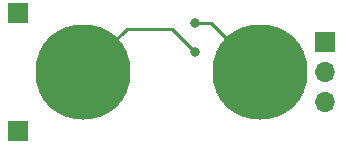
<source format=gbr>
%TF.GenerationSoftware,KiCad,Pcbnew,7.0.9*%
%TF.CreationDate,2024-02-15T17:16:55-06:00*%
%TF.ProjectId,ANDGATE,414e4447-4154-4452-9e6b-696361645f70,rev?*%
%TF.SameCoordinates,Original*%
%TF.FileFunction,Copper,L2,Bot*%
%TF.FilePolarity,Positive*%
%FSLAX46Y46*%
G04 Gerber Fmt 4.6, Leading zero omitted, Abs format (unit mm)*
G04 Created by KiCad (PCBNEW 7.0.9) date 2024-02-15 17:16:55*
%MOMM*%
%LPD*%
G01*
G04 APERTURE LIST*
%TA.AperFunction,ComponentPad*%
%ADD10R,1.700000X1.700000*%
%TD*%
%TA.AperFunction,ComponentPad*%
%ADD11O,1.700000X1.700000*%
%TD*%
%TA.AperFunction,SMDPad,CuDef*%
%ADD12C,8.050000*%
%TD*%
%TA.AperFunction,ViaPad*%
%ADD13C,0.800000*%
%TD*%
%TA.AperFunction,Conductor*%
%ADD14C,0.250000*%
%TD*%
G04 APERTURE END LIST*
D10*
%TO.P,J1,1,Pin_1*%
%TO.N,Net-(J1-Pin_1)*%
X142000000Y-82500000D03*
%TD*%
%TO.P,J2,1,Pin_1*%
%TO.N,Net-(J2-Pin_1)*%
X142000000Y-92500000D03*
%TD*%
%TO.P,J3,1,Pin_1*%
%TO.N,Net-(J3-Pin_1)*%
X168000000Y-84960000D03*
D11*
%TO.P,J3,2,Pin_2*%
X168000000Y-87500000D03*
%TO.P,J3,3,Pin_3*%
X168000000Y-90040000D03*
%TD*%
D12*
%TO.P,J4,1,PWR*%
%TO.N,Net-(J4-PWR)*%
X147500000Y-87500000D03*
%TD*%
%TO.P,J5,1,PWR*%
%TO.N,Net-(J5-PWR)*%
X162500000Y-87500000D03*
%TD*%
D13*
%TO.N,Net-(J5-PWR)*%
X157000000Y-83320000D03*
%TO.N,Net-(J4-PWR)*%
X157000000Y-85800000D03*
%TD*%
D14*
%TO.N,Net-(J5-PWR)*%
X157000000Y-83320000D02*
X158320000Y-83320000D01*
X158320000Y-83320000D02*
X162500000Y-87500000D01*
%TO.N,Net-(J4-PWR)*%
X155020000Y-83820000D02*
X151180000Y-83820000D01*
X157000000Y-85800000D02*
X155020000Y-83820000D01*
X151180000Y-83820000D02*
X147500000Y-87500000D01*
X149365000Y-85635000D02*
X147500000Y-87500000D01*
%TD*%
M02*

</source>
